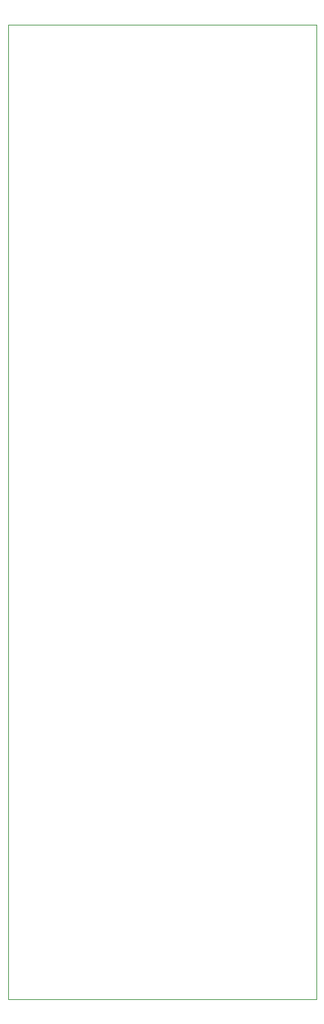
<source format=gbr>
%TF.GenerationSoftware,KiCad,Pcbnew,6.0.8-f2edbf62ab~116~ubuntu20.04.1*%
%TF.CreationDate,2022-11-01T19:33:50+01:00*%
%TF.ProjectId,temp,74656d70-2e6b-4696-9361-645f70636258,rev?*%
%TF.SameCoordinates,Original*%
%TF.FileFunction,Profile,NP*%
%FSLAX46Y46*%
G04 Gerber Fmt 4.6, Leading zero omitted, Abs format (unit mm)*
G04 Created by KiCad (PCBNEW 6.0.8-f2edbf62ab~116~ubuntu20.04.1) date 2022-11-01 19:33:50*
%MOMM*%
%LPD*%
G01*
G04 APERTURE LIST*
%TA.AperFunction,Profile*%
%ADD10C,0.100000*%
%TD*%
G04 APERTURE END LIST*
D10*
X117000000Y-154000000D02*
X155000000Y-154000000D01*
X155000000Y-154000000D02*
X155000000Y-34000000D01*
X155000000Y-34000000D02*
X117000000Y-34000000D01*
X117000000Y-34000000D02*
X117000000Y-154000000D01*
M02*

</source>
